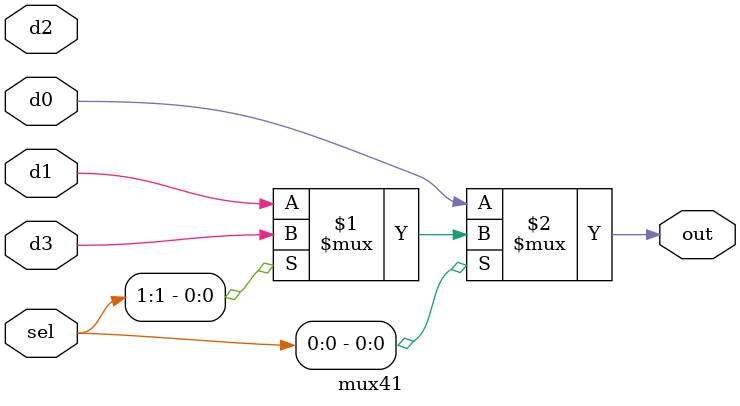
<source format=v>
module mux41 (d0,d1,d2,d3,sel,out);
    input d0, d1, d2, d3;
    input [1:0] sel;
    output out;
    //当sel == 00或01的时候选择d0
    assign out = sel[0] ? (sel[1]? d3 : d1) : d0;
endmodule
</source>
